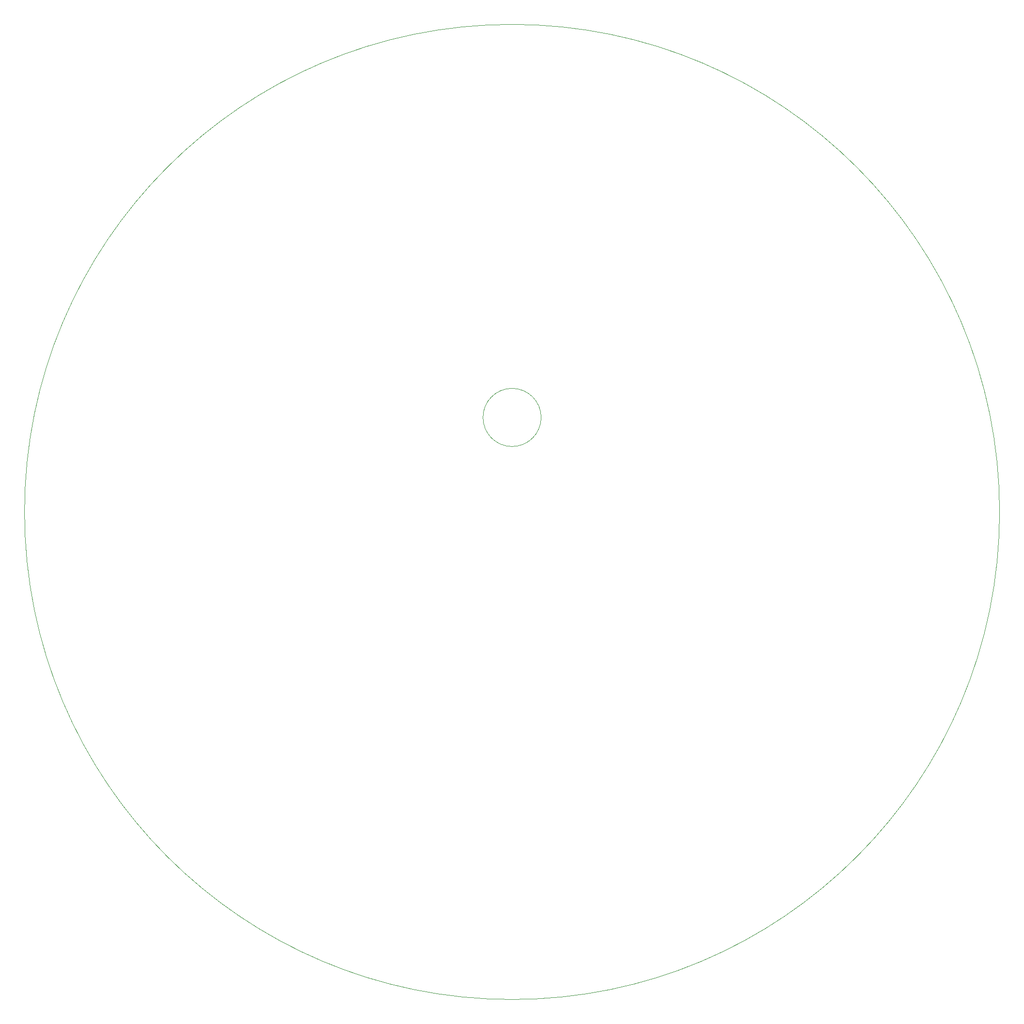
<source format=gbr>
%TF.GenerationSoftware,KiCad,Pcbnew,5.1.9+dfsg1-1+deb11u1*%
%TF.CreationDate,2024-06-09T13:45:24+02:00*%
%TF.ProjectId,pcb_boven,7063625f-626f-4766-956e-2e6b69636164,rev?*%
%TF.SameCoordinates,Original*%
%TF.FileFunction,Profile,NP*%
%FSLAX46Y46*%
G04 Gerber Fmt 4.6, Leading zero omitted, Abs format (unit mm)*
G04 Created by KiCad (PCBNEW 5.1.9+dfsg1-1+deb11u1) date 2024-06-09 13:45:24*
%MOMM*%
%LPD*%
G01*
G04 APERTURE LIST*
%TA.AperFunction,Profile*%
%ADD10C,0.050000*%
%TD*%
G04 APERTURE END LIST*
D10*
X105410000Y-83820000D02*
G75*
G03*
X105410000Y-83820000I-5080000J0D01*
G01*
X185505256Y-100330000D02*
G75*
G03*
X185505256Y-100330000I-85175256J0D01*
G01*
M02*

</source>
